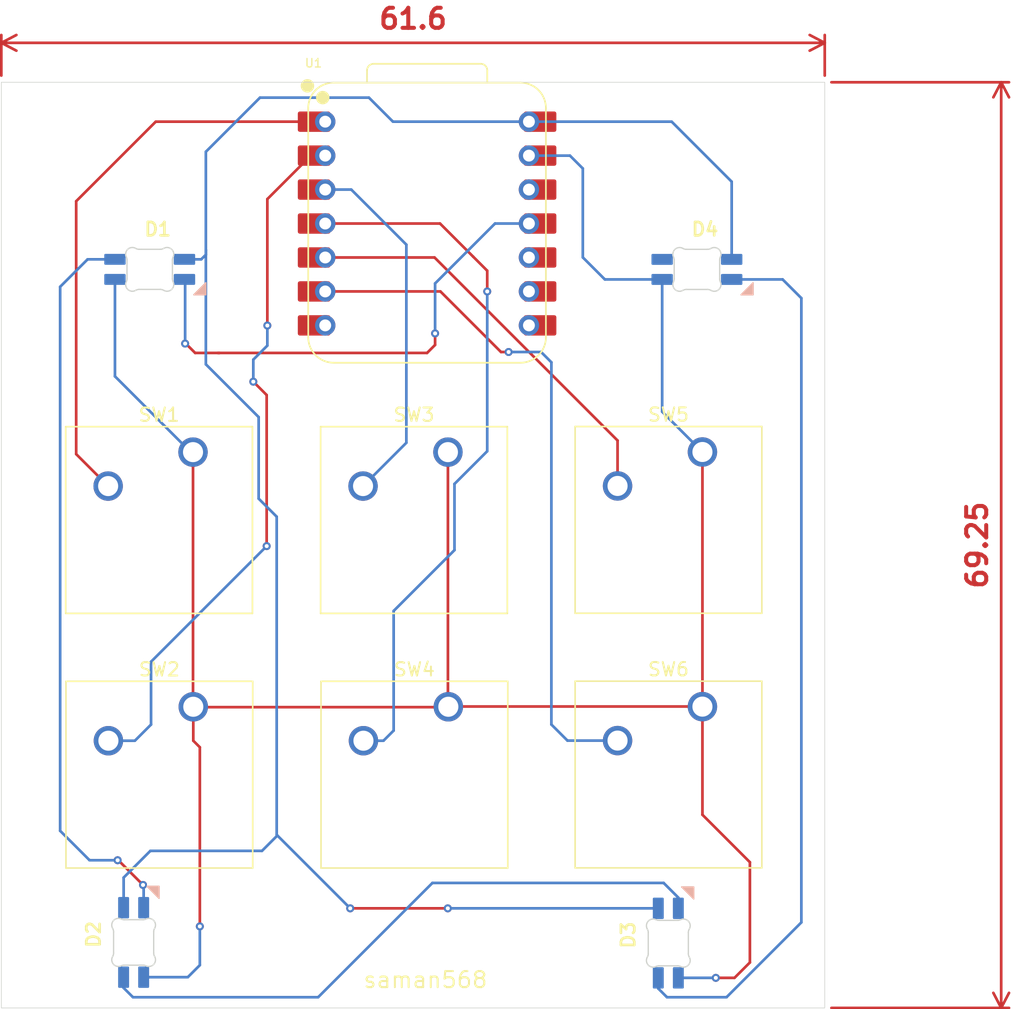
<source format=kicad_pcb>
(kicad_pcb (version 20241229) (generator "pcbnew") (generator_version "9.0")
  (layers (0 "F.Cu" signal) (2 "B.Cu" signal) (13 "F.Paste" user) (15 "B.Paste" user) (5 "F.SilkS" user "F.Silkscreen") (7 "B.SilkS" user "B.Silkscreen") (1 "F.Mask" user) (3 "B.Mask" user) (25 "Edge.Cuts" user))
  (net 0 "")
  (net 2 "GND")
  (net 3 "Net-(D1-DIN)")
  (net 4 "Net-(D1-DOUT)")
  (net 5 "Net-(D1-VDD)")
  (net 6 "Net-(D2-DOUT)")
  (net 7 "Net-(D3-DOUT)")
  (net 8 "Net-(U1-GPIO26{slash}ADC0{slash}A0)")
  (net 9 "Net-(U1-GPIO27{slash}ADC1{slash}A1)")
  (net 10 "Net-(U1-GPIO28{slash}ADC2{slash}A2)")
  (net 11 "Net-(U1-GPIO29{slash}ADC3{slash}A3)")
  (net 12 "Net-(U1-GPIO6{slash}SDA)")
  (net 17 "Net-(U1-GPIO7{slash}SCL)")
  (footprint "Button_Switch_Keyboard:SW_Cherry_MX_1.00u_PCB" (layer "F.Cu") (at 153.3 48.81)
    (property "Reference" "SW5" (at -2.54 -2.794 0) (layer "F.SilkS"))
    (property "Value" "SW_Push")
    (fp_line (start -9.525 -1.905) (end 4.445 -1.905) (stroke (width 0.12)) (layer "F.SilkS"))
    (fp_line (start -9.525 12.065) (end -9.525 -1.905) (stroke (width 0.12)) (layer "F.SilkS"))
    (fp_line (start 4.445 -1.905) (end 4.445 12.065) (stroke (width 0.12)) (layer "F.SilkS"))
    (fp_line (start 4.445 12.065) (end -9.525 12.065) (stroke (width 0.12)) (layer "F.SilkS"))
    (pad "" np_thru_hole circle (at -7.62 5.08) (size 1.7 1.7) (drill 1.7) (layers "*.Cu" "*.Mask"))
    (pad "" np_thru_hole circle (at -2.54 5.08) (size 4 4) (drill 4) (layers "*.Cu" "*.Mask"))
    (pad "" np_thru_hole circle (at 2.54 5.08) (size 1.7 1.7) (drill 1.7) (layers "*.Cu" "*.Mask"))
    (pad "1" thru_hole circle (at 0 0) (size 2.2 2.2) (drill 1.5) (layers "*.Cu" "*.Mask") (net 2 "GND"))
    (pad "2" thru_hole circle (at -6.35 2.54) (size 2.2 2.2) (drill 1.5) (layers "*.Cu" "*.Mask") (net 12 "Net-(U1-GPIO6{slash}SDA)"))
  )
  (footprint "Button_Switch_Keyboard:SW_Cherry_MX_1.00u_PCB" (layer "F.Cu") (at 115.19 48.82)
    (property "Reference" "SW1" (at -2.54 -2.794 0) (layer "F.SilkS"))
    (property "Value" "SW_Push")
    (fp_line (start -9.525 -1.905) (end 4.445 -1.905) (stroke (width 0.12)) (layer "F.SilkS"))
    (fp_line (start -9.525 12.065) (end -9.525 -1.905) (stroke (width 0.12)) (layer "F.SilkS"))
    (fp_line (start 4.445 -1.905) (end 4.445 12.065) (stroke (width 0.12)) (layer "F.SilkS"))
    (fp_line (start 4.445 12.065) (end -9.525 12.065) (stroke (width 0.12)) (layer "F.SilkS"))
    (pad "" np_thru_hole circle (at -7.62 5.08) (size 1.7 1.7) (drill 1.7) (layers "*.Cu" "*.Mask"))
    (pad "" np_thru_hole circle (at -2.54 5.08) (size 4 4) (drill 4) (layers "*.Cu" "*.Mask"))
    (pad "" np_thru_hole circle (at 2.54 5.08) (size 1.7 1.7) (drill 1.7) (layers "*.Cu" "*.Mask"))
    (pad "1" thru_hole circle (at 0 0) (size 2.2 2.2) (drill 1.5) (layers "*.Cu" "*.Mask") (net 2 "GND"))
    (pad "2" thru_hole circle (at -6.35 2.54) (size 2.2 2.2) (drill 1.5) (layers "*.Cu" "*.Mask") (net 8 "Net-(U1-GPIO26{slash}ADC0{slash}A0)"))
  )
  (footprint "Seeed Studio XIAO Series Library:XIAO-RP2040-DIP" (layer "F.Cu") (at 132.7 31.7185)
    (property "Reference" "U1" (at -8.5 -12 0) (layer "F.SilkS") (effects (font (size 0.635 0.635) (thickness 0.1016))))
    (property "Value" "XIAO-RP2040-DIP")
    (fp_line (start -8.89 8.509) (end -8.89 -8.636) (stroke (width 0.127)) (layer "F.SilkS"))
    (fp_line (start -6.985 10.414) (end 6.985 10.414) (stroke (width 0.127)) (layer "F.SilkS"))
    (fp_line (start -4.495 -10.541) (end -4.491272 -11.451272) (stroke (width 0.127)) (layer "F.SilkS"))
    (fp_line (start -3.991272 -11.951) (end 4.004 -11.951) (stroke (width 0.127)) (layer "F.SilkS"))
    (fp_line (start 4.504 -11.451) (end 4.504 -10.541) (stroke (width 0.127)) (layer "F.SilkS"))
    (fp_line (start 6.985 -10.541) (end -6.985 -10.541) (stroke (width 0.1)) (layer "F.SilkS"))
    (fp_line (start 6.985 -10.541) (end -6.985 -10.541) (stroke (width 0.127)) (layer "F.SilkS"))
    (fp_line (start 8.89 8.509) (end 8.89 -8.636) (stroke (width 0.127)) (layer "F.SilkS"))
    (fp_arc (start -8.89 -8.636) (mid -8.332038 -9.983038) (end -6.985 -10.541) (stroke (width 0.127)) (layer "F.SilkS"))
    (fp_arc (start -6.985 10.414) (mid -8.332038 9.856038) (end -8.89 8.509) (stroke (width 0.127)) (layer "F.SilkS"))
    (fp_arc (start -4.491272 -11.451272) (mid -4.344728 -11.80464) (end -3.991272 -11.951) (stroke (width 0.127)) (layer "F.SilkS"))
    (fp_arc (start 4.004 -11.951) (mid 4.357553 -11.804553) (end 4.504 -11.451) (stroke (width 0.127)) (layer "F.SilkS"))
    (fp_arc (start 6.985 -10.541) (mid 8.332038 -9.983038) (end 8.89 -8.636) (stroke (width 0.127)) (layer "F.SilkS"))
    (fp_arc (start 8.89 8.509) (mid 8.332038 9.856038) (end 6.985 10.414) (stroke (width 0.127)) (layer "F.SilkS"))
    (fp_circle (center -8.95 -10.3) (end -8.95 -10.554) (stroke (width 0.5)) (fill yes) (layer "F.SilkS"))
    (fp_circle (center -7.807 -9.42) (end -7.807 -9.674) (stroke (width 0.5)) (fill yes) (layer "F.SilkS"))
    (pad "1" smd roundrect (at -8.455 -7.62 180) (size 2.432 1.524) (layers "F.Cu" "F.Mask") (roundrect_rratio 0.1) (net 8 "Net-(U1-GPIO26{slash}ADC0{slash}A0)"))
    (pad "1" thru_hole circle (at -7.62 -7.62 180) (size 1.524 1.524) (drill 0.889) (layers "*.Cu" "*.Mask") (net 8 "Net-(U1-GPIO26{slash}ADC0{slash}A0)"))
    (pad "2" smd roundrect (at -8.455 -5.08 180) (size 2.432 1.524) (layers "F.Cu" "F.Mask") (roundrect_rratio 0.1) (net 9 "Net-(U1-GPIO27{slash}ADC1{slash}A1)"))
    (pad "2" thru_hole circle (at -7.62 -5.08 180) (size 1.524 1.524) (drill 0.889) (layers "*.Cu" "*.Mask") (net 9 "Net-(U1-GPIO27{slash}ADC1{slash}A1)"))
    (pad "3" smd roundrect (at -8.455 -2.54 180) (size 2.432 1.524) (layers "F.Cu" "F.Mask") (roundrect_rratio 0.1) (net 10 "Net-(U1-GPIO28{slash}ADC2{slash}A2)"))
    (pad "3" thru_hole circle (at -7.62 -2.54 180) (size 1.524 1.524) (drill 0.889) (layers "*.Cu" "*.Mask") (net 10 "Net-(U1-GPIO28{slash}ADC2{slash}A2)"))
    (pad "4" smd roundrect (at -8.455 0 180) (size 2.432 1.524) (layers "F.Cu" "F.Mask") (roundrect_rratio 0.1) (net 11 "Net-(U1-GPIO29{slash}ADC3{slash}A3)"))
    (pad "4" thru_hole circle (at -7.62 0 180) (size 1.524 1.524) (drill 0.889) (layers "*.Cu" "*.Mask") (net 11 "Net-(U1-GPIO29{slash}ADC3{slash}A3)"))
    (pad "5" smd roundrect (at -8.455 2.54 180) (size 2.432 1.524) (layers "F.Cu" "F.Mask") (roundrect_rratio 0.1) (net 12 "Net-(U1-GPIO6{slash}SDA)"))
    (pad "5" thru_hole circle (at -7.62 2.54 180) (size 1.524 1.524) (drill 0.889) (layers "*.Cu" "*.Mask") (net 12 "Net-(U1-GPIO6{slash}SDA)"))
    (pad "6" smd roundrect (at -8.455 5.08 180) (size 2.432 1.524) (layers "F.Cu" "F.Mask") (roundrect_rratio 0.1) (net 17 "Net-(U1-GPIO7{slash}SCL)"))
    (pad "6" thru_hole circle (at -7.62 5.08 180) (size 1.524 1.524) (drill 0.889) (layers "*.Cu" "*.Mask") (net 17 "Net-(U1-GPIO7{slash}SCL)"))
    (pad "7" smd roundrect (at -8.455 7.62 180) (size 2.432 1.524) (layers "F.Cu" "F.Mask") (roundrect_rratio 0.1))
    (pad "7" thru_hole circle (at -7.62 7.62 180) (size 1.524 1.524) (drill 0.889) (layers "*.Cu" "*.Mask"))
    (pad "8" thru_hole circle (at 7.62 7.62) (size 1.524 1.524) (drill 0.889) (layers "*.Cu" "*.Mask"))
    (pad "8" smd roundrect (at 8.455 7.62) (size 2.432 1.524) (layers "F.Cu" "F.Mask") (roundrect_rratio 0.1))
    (pad "9" thru_hole circle (at 7.62 5.08) (size 1.524 1.524) (drill 0.889) (layers "*.Cu" "*.Mask"))
    (pad "9" smd roundrect (at 8.455 5.08) (size 2.432 1.524) (layers "F.Cu" "F.Mask") (roundrect_rratio 0.1))
    (pad "10" thru_hole circle (at 7.62 2.54) (size 1.524 1.524) (drill 0.889) (layers "*.Cu" "*.Mask"))
    (pad "10" smd roundrect (at 8.455 2.54) (size 2.432 1.524) (layers "F.Cu" "F.Mask") (roundrect_rratio 0.1))
    (pad "11" thru_hole circle (at 7.62 0) (size 1.524 1.524) (drill 0.889) (layers "*.Cu" "*.Mask") (net 3 "Net-(D1-DIN)"))
    (pad "11" smd roundrect (at 8.455 0) (size 2.432 1.524) (layers "F.Cu" "F.Mask") (roundrect_rratio 0.1) (net 3 "Net-(D1-DIN)"))
    (pad "12" thru_hole circle (at 7.62 -2.54) (size 1.524 1.524) (drill 0.889) (layers "*.Cu" "*.Mask"))
    (pad "12" smd roundrect (at 8.455 -2.54) (size 2.432 1.524) (layers "F.Cu" "F.Mask") (roundrect_rratio 0.1))
    (pad "13" thru_hole circle (at 7.62 -5.08) (size 1.524 1.524) (drill 0.889) (layers "*.Cu" "*.Mask") (net 2 "GND"))
    (pad "13" smd roundrect (at 8.455 -5.08) (size 2.432 1.524) (layers "F.Cu" "F.Mask") (roundrect_rratio 0.1) (net 2 "GND"))
    (pad "14" thru_hole circle (at 7.62 -7.62) (size 1.524 1.524) (drill 0.889) (layers "*.Cu" "*.Mask") (net 5 "Net-(D1-VDD)"))
    (pad "14" smd roundrect (at 8.455 -7.62) (size 2.432 1.524) (layers "F.Cu" "F.Mask") (roundrect_rratio 0.1) (net 5 "Net-(D1-VDD)"))
  )
  (footprint "Button_Switch_Keyboard:SW_Cherry_MX_1.00u_PCB" (layer "F.Cu") (at 153.3 67.86)
    (property "Reference" "SW6" (at -2.54 -2.794 0) (layer "F.SilkS"))
    (property "Value" "SW_Push")
    (fp_line (start -9.525 -1.905) (end 4.445 -1.905) (stroke (width 0.12)) (layer "F.SilkS"))
    (fp_line (start -9.525 12.065) (end -9.525 -1.905) (stroke (width 0.12)) (layer "F.SilkS"))
    (fp_line (start 4.445 -1.905) (end 4.445 12.065) (stroke (width 0.12)) (layer "F.SilkS"))
    (fp_line (start 4.445 12.065) (end -9.525 12.065) (stroke (width 0.12)) (layer "F.SilkS"))
    (pad "" np_thru_hole circle (at -7.62 5.08) (size 1.7 1.7) (drill 1.7) (layers "*.Cu" "*.Mask"))
    (pad "" np_thru_hole circle (at -2.54 5.08) (size 4 4) (drill 4) (layers "*.Cu" "*.Mask"))
    (pad "" np_thru_hole circle (at 2.54 5.08) (size 1.7 1.7) (drill 1.7) (layers "*.Cu" "*.Mask"))
    (pad "1" thru_hole circle (at 0 0) (size 2.2 2.2) (drill 1.5) (layers "*.Cu" "*.Mask") (net 2 "GND"))
    (pad "2" thru_hole circle (at -6.35 2.54) (size 2.2 2.2) (drill 1.5) (layers "*.Cu" "*.Mask") (net 17 "Net-(U1-GPIO7{slash}SCL)"))
  )
  (footprint "MINI-E:SK6812MINI-E_fixed" (layer "F.Cu") (at 111.95 35.25)
    (property "Reference" "D1" (at 0.6 -3.1 0) (layer "F.SilkS") (effects (font (thickness 0.2) (bold yes))))
    (property "Value" "MINI-E:SK6812MINI-E_fixed")
    (fp_poly (pts (xy 4.200001 0.897158) (xy 3.300001 1.797158) (xy 4.200001 1.797158)) (stroke (width 0.1)) (fill yes) (layer "B.SilkS"))
    (fp_line (start -1.699998 0.6) (end -1.699998 -0.805684) (stroke (width 0.1)) (layer "Edge.Cuts"))
    (fp_line (start -0.794451 -1.602841) (end 0.794454 -1.602841) (stroke (width 0.1)) (layer "Edge.Cuts"))
    (fp_line (start 0.794453 1.397158) (end -0.794451 1.397158) (stroke (width 0.1)) (layer "Edge.Cuts"))
    (fp_line (start 1.7 -0.805684) (end 1.7 0.6) (stroke (width 0.1)) (layer "Edge.Cuts"))
    (fp_arc (start -1.749483 -1.022562) (mid -1.712526 -0.91691) (end -1.699998 -0.805684) (stroke (width 0.1)) (layer "Edge.Cuts"))
    (fp_arc (start -1.749483 -1.022562) (mid -1.63807 -1.606877) (end -1.04671 -1.671141) (stroke (width 0.1)) (layer "Edge.Cuts"))
    (fp_arc (start -1.699998 0.600001) (mid -1.712526 0.711226) (end -1.749483 0.816878) (stroke (width 0.1)) (layer "Edge.Cuts"))
    (fp_arc (start -1.04671 1.465455) (mid -1.638069 1.401192) (end -1.749483 0.816878) (stroke (width 0.1)) (layer "Edge.Cuts"))
    (fp_arc (start -1.046709 1.465457) (mid -0.925121 1.414535) (end -0.794451 1.397158) (stroke (width 0.1)) (layer "Edge.Cuts"))
    (fp_arc (start -0.794452 -1.602842) (mid -0.925122 -1.620219) (end -1.04671 -1.671141) (stroke (width 0.1)) (layer "Edge.Cuts"))
    (fp_arc (start 0.794453 1.397158) (mid 0.925124 1.414535) (end 1.046712 1.465457) (stroke (width 0.1)) (layer "Edge.Cuts"))
    (fp_arc (start 1.046712 -1.67114) (mid 0.925124 -1.620218) (end 0.794454 -1.602841) (stroke (width 0.1)) (layer "Edge.Cuts"))
    (fp_arc (start 1.046712 -1.67114) (mid 1.638072 -1.606876) (end 1.749485 -1.022562) (stroke (width 0.1)) (layer "Edge.Cuts"))
    (fp_arc (start 1.7 -0.805685) (mid 1.712528 -0.91691) (end 1.749485 -1.022562) (stroke (width 0.1)) (layer "Edge.Cuts"))
    (fp_arc (start 1.749485 0.816877) (mid 1.638073 1.401193) (end 1.046712 1.465457) (stroke (width 0.1)) (layer "Edge.Cuts"))
    (fp_arc (start 1.749485 0.816878) (mid 1.712528 0.711226) (end 1.7 0.6) (stroke (width 0.1)) (layer "Edge.Cuts"))
    (pad "1" smd roundrect (at -2.599999 -0.852842 270) (size 0.82 1.6) (layers "B.Cu" "B.Mask" "B.Paste") (roundrect_rratio 0.1) (net 4 "Net-(D1-DOUT)"))
    (pad "2" smd roundrect (at -2.599999 0.647158 270) (size 0.82 1.6) (layers "B.Cu" "B.Mask" "B.Paste") (roundrect_rratio 0.1) (net 2 "GND"))
    (pad "3" smd roundrect (at 2.600001 0.647158 270) (size 0.82 1.6) (layers "B.Cu" "B.Mask" "B.Paste") (roundrect_rratio 0.1) (net 3 "Net-(D1-DIN)"))
    (pad "4" smd roundrect (at 2.600001 -0.852842 270) (size 0.82 1.6) (layers "B.Cu" "B.Mask" "B.Paste") (roundrect_rratio 0.1) (net 5 "Net-(D1-VDD)"))
  )
  (footprint "Button_Switch_Keyboard:SW_Cherry_MX_1.00u_PCB" (layer "F.Cu") (at 134.26 48.82)
    (property "Reference" "SW3" (at -2.54 -2.794 0) (layer "F.SilkS"))
    (property "Value" "SW_Push")
    (fp_line (start -9.525 -1.905) (end 4.445 -1.905) (stroke (width 0.12)) (layer "F.SilkS"))
    (fp_line (start -9.525 12.065) (end -9.525 -1.905) (stroke (width 0.12)) (layer "F.SilkS"))
    (fp_line (start 4.445 -1.905) (end 4.445 12.065) (stroke (width 0.12)) (layer "F.SilkS"))
    (fp_line (start 4.445 12.065) (end -9.525 12.065) (stroke (width 0.12)) (layer "F.SilkS"))
    (pad "" np_thru_hole circle (at -7.62 5.08) (size 1.7 1.7) (drill 1.7) (layers "*.Cu" "*.Mask"))
    (pad "" np_thru_hole circle (at -2.54 5.08) (size 4 4) (drill 4) (layers "*.Cu" "*.Mask"))
    (pad "" np_thru_hole circle (at 2.54 5.08) (size 1.7 1.7) (drill 1.7) (layers "*.Cu" "*.Mask"))
    (pad "1" thru_hole circle (at 0 0) (size 2.2 2.2) (drill 1.5) (layers "*.Cu" "*.Mask") (net 2 "GND"))
    (pad "2" thru_hole circle (at -6.35 2.54) (size 2.2 2.2) (drill 1.5) (layers "*.Cu" "*.Mask") (net 10 "Net-(U1-GPIO28{slash}ADC2{slash}A2)"))
  )
  (footprint "MINI-E:SK6812MINI-E_fixed" (layer "F.Cu") (at 152.887499 35.252842)
    (property "Reference" "D4" (at 0.6 -3.1 0) (layer "F.SilkS") (effects (font (thickness 0.2) (bold yes))))
    (property "Value" "SK6812MINI")
    (fp_poly (pts (xy 4.200001 0.897158) (xy 3.300001 1.797158) (xy 4.200001 1.797158)) (stroke (width 0.1)) (fill yes) (layer "B.SilkS"))
    (fp_line (start -1.699998 0.6) (end -1.699998 -0.805684) (stroke (width 0.1)) (layer "Edge.Cuts"))
    (fp_line (start -0.794451 -1.602841) (end 0.794454 -1.602841) (stroke (width 0.1)) (layer "Edge.Cuts"))
    (fp_line (start 0.794453 1.397158) (end -0.794451 1.397158) (stroke (width 0.1)) (layer "Edge.Cuts"))
    (fp_line (start 1.7 -0.805684) (end 1.7 0.6) (stroke (width 0.1)) (layer "Edge.Cuts"))
    (fp_arc (start -1.749483 -1.022562) (mid -1.712526 -0.91691) (end -1.699998 -0.805684) (stroke (width 0.1)) (layer "Edge.Cuts"))
    (fp_arc (start -1.749483 -1.022562) (mid -1.63807 -1.606877) (end -1.04671 -1.671141) (stroke (width 0.1)) (layer "Edge.Cuts"))
    (fp_arc (start -1.699998 0.600001) (mid -1.712526 0.711226) (end -1.749483 0.816878) (stroke (width 0.1)) (layer "Edge.Cuts"))
    (fp_arc (start -1.04671 1.465455) (mid -1.638069 1.401192) (end -1.749483 0.816878) (stroke (width 0.1)) (layer "Edge.Cuts"))
    (fp_arc (start -1.046709 1.465457) (mid -0.925121 1.414535) (end -0.794451 1.397158) (stroke (width 0.1)) (layer "Edge.Cuts"))
    (fp_arc (start -0.794452 -1.602842) (mid -0.925122 -1.620219) (end -1.04671 -1.671141) (stroke (width 0.1)) (layer "Edge.Cuts"))
    (fp_arc (start 0.794453 1.397158) (mid 0.925124 1.414535) (end 1.046712 1.465457) (stroke (width 0.1)) (layer "Edge.Cuts"))
    (fp_arc (start 1.046712 -1.67114) (mid 0.925124 -1.620218) (end 0.794454 -1.602841) (stroke (width 0.1)) (layer "Edge.Cuts"))
    (fp_arc (start 1.046712 -1.67114) (mid 1.638072 -1.606876) (end 1.749485 -1.022562) (stroke (width 0.1)) (layer "Edge.Cuts"))
    (fp_arc (start 1.7 -0.805685) (mid 1.712528 -0.91691) (end 1.749485 -1.022562) (stroke (width 0.1)) (layer "Edge.Cuts"))
    (fp_arc (start 1.749485 0.816877) (mid 1.638073 1.401193) (end 1.046712 1.465457) (stroke (width 0.1)) (layer "Edge.Cuts"))
    (fp_arc (start 1.749485 0.816878) (mid 1.712528 0.711226) (end 1.7 0.6) (stroke (width 0.1)) (layer "Edge.Cuts"))
    (pad "1" smd roundrect (at -2.599999 -0.852842 270) (size 0.82 1.6) (layers "B.Cu" "B.Mask" "B.Paste") (roundrect_rratio 0.1))
    (pad "2" smd roundrect (at -2.599999 0.647158 270) (size 0.82 1.6) (layers "B.Cu" "B.Mask" "B.Paste") (roundrect_rratio 0.1) (net 2 "GND"))
    (pad "3" smd roundrect (at 2.600001 0.647158 270) (size 0.82 1.6) (layers "B.Cu" "B.Mask" "B.Paste") (roundrect_rratio 0.1) (net 7 "Net-(D3-DOUT)"))
    (pad "4" smd roundrect (at 2.600001 -0.852842 270) (size 0.82 1.6) (layers "B.Cu" "B.Mask" "B.Paste") (roundrect_rratio 0.1) (net 5 "Net-(D1-VDD)"))
  )
  (footprint "MINI-E:SK6812MINI-E_fixed" (layer "F.Cu") (at 150.85 85.55 90)
    (property "Reference" "D3" (at 0.6 -3.1 90) (layer "F.SilkS") (effects (font (thickness 0.2) (bold yes))))
    (property "Value" "SK6812MINI")
    (fp_poly (pts (xy 4.200001 0.897158) (xy 3.300001 1.797158) (xy 4.200001 1.797158)) (stroke (width 0.1)) (fill yes) (layer "B.SilkS"))
    (fp_line (start -0.794451 -1.602841) (end 0.794454 -1.602841) (stroke (width 0.1)) (layer "Edge.Cuts"))
    (fp_line (start 1.7 -0.805684) (end 1.7 0.6) (stroke (width 0.1)) (layer "Edge.Cuts"))
    (fp_line (start -1.699998 0.6) (end -1.699998 -0.805684) (stroke (width 0.1)) (layer "Edge.Cuts"))
    (fp_line (start 0.794453 1.397158) (end -0.794451 1.397158) (stroke (width 0.1)) (layer "Edge.Cuts"))
    (fp_arc (start 1.046712 -1.67114) (mid 0.925124 -1.620218) (end 0.794454 -1.602841) (stroke (width 0.1)) (layer "Edge.Cuts"))
    (fp_arc (start 1.046712 -1.67114) (mid 1.638072 -1.606876) (end 1.749485 -1.022562) (stroke (width 0.1)) (layer "Edge.Cuts"))
    (fp_arc (start -0.794452 -1.602842) (mid -0.925122 -1.620219) (end -1.04671 -1.671141) (stroke (width 0.1)) (layer "Edge.Cuts"))
    (fp_arc (start -1.749483 -1.022562) (mid -1.63807 -1.606877) (end -1.04671 -1.671141) (stroke (width 0.1)) (layer "Edge.Cuts"))
    (fp_arc (start -1.749483 -1.022562) (mid -1.712526 -0.91691) (end -1.699998 -0.805684) (stroke (width 0.1)) (layer "Edge.Cuts"))
    (fp_arc (start 1.7 -0.805685) (mid 1.712528 -0.91691) (end 1.749485 -1.022562) (stroke (width 0.1)) (layer "Edge.Cuts"))
    (fp_arc (start -1.699998 0.600001) (mid -1.712526 0.711226) (end -1.749483 0.816878) (stroke (width 0.1)) (layer "Edge.Cuts"))
    (fp_arc (start 1.749485 0.816877) (mid 1.638073 1.401193) (end 1.046712 1.465457) (stroke (width 0.1)) (layer "Edge.Cuts"))
    (fp_arc (start 1.749485 0.816878) (mid 1.712528 0.711226) (end 1.7 0.6) (stroke (width 0.1)) (layer "Edge.Cuts"))
    (fp_arc (start 0.794453 1.397158) (mid 0.925124 1.414535) (end 1.046712 1.465457) (stroke (width 0.1)) (layer "Edge.Cuts"))
    (fp_arc (start -1.04671 1.465455) (mid -1.638069 1.401192) (end -1.749483 0.816878) (stroke (width 0.1)) (layer "Edge.Cuts"))
    (fp_arc (start -1.046709 1.465457) (mid -0.925121 1.414535) (end -0.794451 1.397158) (stroke (width 0.1)) (layer "Edge.Cuts"))
    (pad "1" smd roundrect (at -2.599999 -0.852842) (size 0.82 1.6) (layers "B.Cu" "B.Mask" "B.Paste") (roundrect_rratio 0.1) (net 7 "Net-(D3-DOUT)"))
    (pad "2" smd roundrect (at -2.599999 0.647158) (size 0.82 1.6) (layers "B.Cu" "B.Mask" "B.Paste") (roundrect_rratio 0.1) (net 2 "GND"))
    (pad "3" smd roundrect (at 2.600001 0.647158) (size 0.82 1.6) (layers "B.Cu" "B.Mask" "B.Paste") (roundrect_rratio 0.1) (net 6 "Net-(D2-DOUT)"))
    (pad "4" smd roundrect (at 2.600001 -0.852842) (size 0.82 1.6) (layers "B.Cu" "B.Mask" "B.Paste") (roundrect_rratio 0.1) (net 5 "Net-(D1-VDD)"))
  )
  (footprint "MINI-E:SK6812MINI-E_fixed" (layer "F.Cu") (at 110.85 85.5 90)
    (property "Reference" "D2" (at 0.6 -3.1 90) (layer "F.SilkS") (effects (font (thickness 0.2) (bold yes))))
    (property "Value" "SK6812MINI")
    (fp_poly (pts (xy 4.200001 0.897158) (xy 3.300001 1.797158) (xy 4.200001 1.797158)) (stroke (width 0.1)) (fill yes) (layer "B.SilkS"))
    (fp_line (start -0.794451 -1.602841) (end 0.794454 -1.602841) (stroke (width 0.1)) (layer "Edge.Cuts"))
    (fp_line (start 1.7 -0.805684) (end 1.7 0.6) (stroke (width 0.1)) (layer "Edge.Cuts"))
    (fp_line (start -1.699998 0.6) (end -1.699998 -0.805684) (stroke (width 0.1)) (layer "Edge.Cuts"))
    (fp_line (start 0.794453 1.397158) (end -0.794451 1.397158) (stroke (width 0.1)) (layer "Edge.Cuts"))
    (fp_arc (start 1.046712 -1.67114) (mid 0.925124 -1.620218) (end 0.794454 -1.602841) (stroke (width 0.1)) (layer "Edge.Cuts"))
    (fp_arc (start 1.046712 -1.67114) (mid 1.638072 -1.606876) (end 1.749485 -1.022562) (stroke (width 0.1)) (layer "Edge.Cuts"))
    (fp_arc (start -0.794452 -1.602842) (mid -0.925122 -1.620219) (end -1.04671 -1.671141) (stroke (width 0.1)) (layer "Edge.Cuts"))
    (fp_arc (start -1.749483 -1.022562) (mid -1.63807 -1.606877) (end -1.04671 -1.671141) (stroke (width 0.1)) (layer "Edge.Cuts"))
    (fp_arc (start -1.749483 -1.022562) (mid -1.712526 -0.91691) (end -1.699998 -0.805684) (stroke (width 0.1)) (layer "Edge.Cuts"))
    (fp_arc (start 1.7 -0.805685) (mid 1.712528 -0.91691) (end 1.749485 -1.022562) (stroke (width 0.1)) (layer "Edge.Cuts"))
    (fp_arc (start -1.699998 0.600001) (mid -1.712526 0.711226) (end -1.749483 0.816878) (stroke (width 0.1)) (layer "Edge.Cuts"))
    (fp_arc (start 1.749485 0.816877) (mid 1.638073 1.401193) (end 1.046712 1.465457) (stroke (width 0.1)) (layer "Edge.Cuts"))
    (fp_arc (start 1.749485 0.816878) (mid 1.712528 0.711226) (end 1.7 0.6) (stroke (width 0.1)) (layer "Edge.Cuts"))
    (fp_arc (start 0.794453 1.397158) (mid 0.925124 1.414535) (end 1.046712 1.465457) (stroke (width 0.1)) (layer "Edge.Cuts"))
    (fp_arc (start -1.04671 1.465455) (mid -1.638069 1.401192) (end -1.749483 0.816878) (stroke (width 0.1)) (layer "Edge.Cuts"))
    (fp_arc (start -1.046709 1.465457) (mid -0.925121 1.414535) (end -0.794451 1.397158) (stroke (width 0.1)) (layer "Edge.Cuts"))
    (pad "1" smd roundrect (at -2.599999 -0.852842) (size 0.82 1.6) (layers "B.Cu" "B.Mask" "B.Paste") (roundrect_rratio 0.1) (net 6 "Net-(D2-DOUT)"))
    (pad "2" smd roundrect (at -2.599999 0.647158) (size 0.82 1.6) (layers "B.Cu" "B.Mask" "B.Paste") (roundrect_rratio 0.1) (net 2 "GND"))
    (pad "3" smd roundrect (at 2.600001 0.647158) (size 0.82 1.6) (layers "B.Cu" "B.Mask" "B.Paste") (roundrect_rratio 0.1) (net 4 "Net-(D1-DOUT)"))
    (pad "4" smd roundrect (at 2.600001 -0.852842) (size 0.82 1.6) (layers "B.Cu" "B.Mask" "B.Paste") (roundrect_rratio 0.1) (net 5 "Net-(D1-VDD)"))
  )
  (footprint "Button_Switch_Keyboard:SW_Cherry_MX_1.00u_PCB" (layer "F.Cu") (at 115.21 67.87)
    (property "Reference" "SW2" (at -2.54 -2.794 0) (layer "F.SilkS"))
    (property "Value" "SW_Push")
    (fp_line (start -9.525 -1.905) (end 4.445 -1.905) (stroke (width 0.12)) (layer "F.SilkS"))
    (fp_line (start -9.525 12.065) (end -9.525 -1.905) (stroke (width 0.12)) (layer "F.SilkS"))
    (fp_line (start 4.445 -1.905) (end 4.445 12.065) (stroke (width 0.12)) (layer "F.SilkS"))
    (fp_line (start 4.445 12.065) (end -9.525 12.065) (stroke (width 0.12)) (layer "F.SilkS"))
    (pad "" np_thru_hole circle (at -7.62 5.08) (size 1.7 1.7) (drill 1.7) (layers "*.Cu" "*.Mask"))
    (pad "" np_thru_hole circle (at -2.54 5.08) (size 4 4) (drill 4) (layers "*.Cu" "*.Mask"))
    (pad "" np_thru_hole circle (at 2.54 5.08) (size 1.7 1.7) (drill 1.7) (layers "*.Cu" "*.Mask"))
    (pad "1" thru_hole circle (at 0 0) (size 2.2 2.2) (drill 1.5) (layers "*.Cu" "*.Mask") (net 2 "GND"))
    (pad "2" thru_hole circle (at -6.35 2.54) (size 2.2 2.2) (drill 1.5) (layers "*.Cu" "*.Mask") (net 9 "Net-(U1-GPIO27{slash}ADC1{slash}A1)"))
  )
  (footprint "Button_Switch_Keyboard:SW_Cherry_MX_1.00u_PCB" (layer "F.Cu") (at 134.29 67.87)
    (property "Reference" "SW4" (at -2.54 -2.794 0) (layer "F.SilkS"))
    (property "Value" "SW_Push")
    (fp_line (start -9.525 -1.905) (end 4.445 -1.905) (stroke (width 0.12)) (layer "F.SilkS"))
    (fp_line (start -9.525 12.065) (end -9.525 -1.905) (stroke (width 0.12)) (layer "F.SilkS"))
    (fp_line (start 4.445 -1.905) (end 4.445 12.065) (stroke (width 0.12)) (layer "F.SilkS"))
    (fp_line (start 4.445 12.065) (end -9.525 12.065) (stroke (width 0.12)) (layer "F.SilkS"))
    (pad "" np_thru_hole circle (at -7.62 5.08) (size 1.7 1.7) (drill 1.7) (layers "*.Cu" "*.Mask"))
    (pad "" np_thru_hole circle (at -2.54 5.08) (size 4 4) (drill 4) (layers "*.Cu" "*.Mask"))
    (pad "" np_thru_hole circle (at 2.54 5.08) (size 1.7 1.7) (drill 1.7) (layers "*.Cu" "*.Mask"))
    (pad "1" thru_hole circle (at 0 0) (size 2.2 2.2) (drill 1.5) (layers "*.Cu" "*.Mask") (net 2 "GND"))
    (pad "2" thru_hole circle (at -6.35 2.54) (size 2.2 2.2) (drill 1.5) (layers "*.Cu" "*.Mask") (net 11 "Net-(U1-GPIO29{slash}ADC3{slash}A3)"))
  )
  (gr_rect (start 100.85 21.15) (end 162.45 90.4) (stroke (width 0.05)) (fill no) (layer "Edge.Cuts"))
  (gr_text "saman568" (at 127.85 89 0) (layer "F.SilkS") (effects (font (size 1.2 1.2)) (justify left bottom)))
  (dimension (type orthogonal) (layer "F.Cu") (pts (xy 162.45 21.15) (xy 162.45 90.4)) (height 13.2) (orientation 1) (format (prefix "") (suffix "") (units 3) (units_format 0) (precision 4) (suppress_zeroes yes)) (style (thickness 0.2) (arrow_length 1.27) (text_position_mode 0) (arrow_direction outward) (extension_height 0.58642) (extension_offset 0.5) (keep_text_aligned yes)) (gr_text "69,25" (at 173.85 55.775 90) (layer "F.Cu") (effects (font (size 1.5 1.5) (thickness 0.3)))))
  (dimension (type orthogonal) (layer "F.Cu") (pts (xy 100.85 21.15) (xy 162.45 21.15)) (height -2.95) (orientation 0) (format (prefix "") (suffix "") (units 3) (units_format 0) (precision 4) (suppress_zeroes yes)) (style (thickness 0.2) (arrow_length 1.27) (text_position_mode 0) (arrow_direction outward) (extension_height 0.58642) (extension_offset 0.5) (keep_text_aligned yes)) (gr_text "61,6" (at 131.65 16.4 0) (layer "F.Cu") (effects (font (size 1.5 1.5) (thickness 0.3)))))
  (segment (start 134.26 67.9) (end 134.29 67.87) (width 0.2) (layer "F.Cu") (net 2))
  (segment (start 115.21 70.41) (end 115.21 67.87) (width 0.2) (layer "F.Cu") (net 2))
  (segment (start 115.7 84.3) (end 115.7 70.9) (width 0.2) (layer "F.Cu") (net 2))
  (segment (start 156.85 87) (end 156.85 79.5) (width 0.2) (layer "F.Cu") (net 2))
  (segment (start 115.24 67.9) (end 134.26 67.9) (width 0.2) (layer "F.Cu") (net 2))
  (segment (start 154.3 88.15) (end 155.7 88.15) (width 0.2) (layer "F.Cu") (net 2))
  (segment (start 115.21 67.87) (end 115.24 67.9) (width 0.2) (layer "F.Cu") (net 2))
  (segment (start 153.29 67.85) (end 134.31 67.85) (width 0.2) (layer "F.Cu") (net 2))
  (segment (start 134.31 67.85) (end 134.29 67.87) (width 0.2) (layer "F.Cu") (net 2))
  (segment (start 153.3 75.95) (end 153.3 67.86) (width 0.2) (layer "F.Cu") (net 2))
  (segment (start 156.85 79.5) (end 153.3 75.95) (width 0.2) (layer "F.Cu") (net 2))
  (segment (start 155.7 88.15) (end 156.85 87) (width 0.2) (layer "F.Cu") (net 2))
  (segment (start 134.27 48.81) (end 134.26 48.82) (width 0.2) (layer "F.Cu") (net 2))
  (segment (start 134.26 48.82) (end 134.26 67.84) (width 0.2) (layer "F.Cu") (net 2))
  (segment (start 153.3 67.86) (end 153.29 67.85) (width 0.2) (layer "F.Cu") (net 2))
  (segment (start 134.26 67.84) (end 134.29 67.87) (width 0.2) (layer "F.Cu") (net 2))
  (segment (start 115.19 48.82) (end 115.19 67.85) (width 0.2) (layer "F.Cu") (net 2))
  (segment (start 153.3 48.81) (end 153.3 67.86) (width 0.2) (layer "F.Cu") (net 2))
  (segment (start 115.19 67.85) (end 115.21 67.87) (width 0.2) (layer "F.Cu") (net 2))
  (segment (start 115.7 70.9) (end 115.21 70.41) (width 0.2) (layer "F.Cu") (net 2))
  (via (at 154.3 88.15) (size 0.6) (drill 0.3) (layers "F.Cu" "B.Cu") (net 2))
  (via (at 115.7 84.3) (size 0.6) (drill 0.3) (layers "F.Cu" "B.Cu") (net 2))
  (segment (start 146 35.9) (end 150.2875 35.9) (width 0.2) (layer "B.Cu") (net 2))
  (segment (start 109.350001 43.150001) (end 109.350001 35.897158) (width 0.2) (layer "B.Cu") (net 2))
  (segment (start 115.19 48.82) (end 115.02 48.82) (width 0.2) (layer "B.Cu") (net 2))
  (segment (start 115.7 87.2) (end 114.800001 88.099999) (width 0.2) (layer "B.Cu") (net 2))
  (segment (start 150.2875 45.7975) (end 153.3 48.81) (width 0.2) (layer "B.Cu") (net 2))
  (segment (start 151.497159 88.15) (end 151.497158 88.149999) (width 0.2) (layer "B.Cu") (net 2))
  (segment (start 140.32 26.6385) (end 143.3885 26.6385) (width 0.2) (layer "B.Cu") (net 2))
  (segment (start 115.02 48.82) (end 109.350001 43.150001) (width 0.2) (layer "B.Cu") (net 2))
  (segment (start 154.3 88.15) (end 151.497159 88.15) (width 0.2) (layer "B.Cu") (net 2))
  (segment (start 114.800001 88.099999) (end 111.497158 88.099999) (width 0.2) (layer "B.Cu") (net 2))
  (segment (start 144.35 34.25) (end 146 35.9) (width 0.2) (layer "B.Cu") (net 2))
  (segment (start 144.35 27.6) (end 144.35 34.25) (width 0.2) (layer "B.Cu") (net 2))
  (segment (start 143.3885 26.6385) (end 144.35 27.6) (width 0.2) (layer "B.Cu") (net 2))
  (segment (start 115.7 84.3) (end 115.7 87.2) (width 0.2) (layer "B.Cu") (net 2))
  (segment (start 150.2875 35.9) (end 150.2875 45.7975) (width 0.2) (layer "B.Cu") (net 2))
  (segment (start 115.35 41.4) (end 114.6 40.65) (width 0.2) (layer "F.Cu") (net 3))
  (segment (start 133.3 39.9385) (end 133.3 40.8) (width 0.2) (layer "F.Cu") (net 3))
  (segment (start 133.3 40.8) (end 132.7 41.4) (width 0.2) (layer "F.Cu") (net 3))
  (segment (start 114.6 40.65) (end 114.6 40.7) (width 0.2) (layer "F.Cu") (net 3))
  (segment (start 132.7 41.4) (end 117.15 41.4) (width 0.2) (layer "F.Cu") (net 3))
  (segment (start 117.15 41.4) (end 117.05 41.4) (width 0.2) (layer "F.Cu") (net 3))
  (segment (start 117.15 41.4) (end 115.35 41.4) (width 0.2) (layer "F.Cu") (net 3))
  (via (at 114.6 40.7) (size 0.6) (drill 0.3) (layers "F.Cu" "B.Cu") (net 3))
  (via (at 133.3 39.9385) (size 0.6) (drill 0.3) (layers "F.Cu" "B.Cu") (net 3))
  (segment (start 114.6 40.7) (end 114.6 35.947157) (width 0.2) (layer "B.Cu") (net 3))
  (segment (start 114.6 35.947157) (end 114.550001 35.897158) (width 0.2) (layer "B.Cu") (net 3))
  (segment (start 133.3 36.2) (end 137.7815 31.7185) (width 0.2) (layer "B.Cu") (net 3))
  (segment (start 133.3 39.9385) (end 133.3 36.2) (width 0.2) (layer "B.Cu") (net 3))
  (segment (start 137.7815 31.7185) (end 140.32 31.7185) (width 0.2) (layer "B.Cu") (net 3))
  (segment (start 109.6 79.35) (end 109.55 79.35) (width 0.2) (layer "F.Cu") (net 4))
  (segment (start 111.45 81.2) (end 109.6 79.35) (width 0.2) (layer "F.Cu") (net 4))
  (via (at 109.55 79.35) (size 0.6) (drill 0.3) (layers "F.Cu" "B.Cu") (net 4))
  (via (at 111.45 81.2) (size 0.6) (drill 0.3) (layers "F.Cu" "B.Cu") (net 4))
  (segment (start 107.45 79.35) (end 105.25 77.15) (width 0.2) (layer "B.Cu") (net 4))
  (segment (start 109.55 79.35) (end 107.45 79.35) (width 0.2) (layer "B.Cu") (net 4))
  (segment (start 111.497158 82.899999) (end 111.497158 81.247158) (width 0.2) (layer "B.Cu") (net 4))
  (segment (start 105.25 36.45) (end 107.302842 34.397158) (width 0.2) (layer "B.Cu") (net 4))
  (segment (start 111.497158 81.247158) (end 111.45 81.2) (width 0.2) (layer "B.Cu") (net 4))
  (segment (start 107.302842 34.397158) (end 109.350001 34.397158) (width 0.2) (layer "B.Cu") (net 4))
  (segment (start 105.25 77.15) (end 105.25 36.45) (width 0.2) (layer "B.Cu") (net 4))
  (segment (start 134.249999 82.95) (end 134.25 82.949999) (width 0.2) (layer "F.Cu") (net 5))
  (segment (start 126.95 82.95) (end 134.249999 82.95) (width 0.2) (layer "F.Cu") (net 5))
  (via (at 126.95 82.95) (size 0.6) (drill 0.3) (layers "F.Cu" "B.Cu") (net 5))
  (via (at 134.25 82.949999) (size 0.6) (drill 0.3) (layers "F.Cu" "B.Cu") (net 5))
  (segment (start 128.35 22.3) (end 130.1485 24.0985) (width 0.2) (layer "B.Cu") (net 5))
  (segment (start 110 80.65) (end 112 78.65) (width 0.2) (layer "B.Cu") (net 5))
  (segment (start 120.1 52.3) (end 120.1 46.2) (width 0.2) (layer "B.Cu") (net 5))
  (segment (start 112 78.65) (end 120.35 78.65) (width 0.2) (layer "B.Cu") (net 5))
  (segment (start 109.997158 82.899999) (end 110 82.897157) (width 0.2) (layer "B.Cu") (net 5))
  (segment (start 115.802842 34.397158) (end 116.15 34.05) (width 0.2) (layer "B.Cu") (net 5))
  (segment (start 121.45 53.65) (end 120.1 52.3) (width 0.2) (layer "B.Cu") (net 5))
  (segment (start 120.2 22.3) (end 128.35 22.3) (width 0.2) (layer "B.Cu") (net 5))
  (segment (start 150.9985 24.0985) (end 140.32 24.0985) (width 0.2) (layer "B.Cu") (net 5))
  (segment (start 121.45 77.45) (end 121.45 53.65) (width 0.2) (layer "B.Cu") (net 5))
  (segment (start 120.1 46.2) (end 116.15 42.25) (width 0.2) (layer "B.Cu") (net 5))
  (segment (start 116.15 26.35) (end 120.2 22.3) (width 0.2) (layer "B.Cu") (net 5))
  (segment (start 155.4875 34.4) (end 155.4875 28.5875) (width 0.2) (layer "B.Cu") (net 5))
  (segment (start 114.550001 34.397158) (end 115.802842 34.397158) (width 0.2) (layer "B.Cu") (net 5))
  (segment (start 120.35 78.65) (end 121.5 77.5) (width 0.2) (layer "B.Cu") (net 5))
  (segment (start 126.95 82.95) (end 121.5 77.5) (width 0.2) (layer "B.Cu") (net 5))
  (segment (start 130.1485 24.0985) (end 140.32 24.0985) (width 0.2) (layer "B.Cu") (net 5))
  (segment (start 116.15 34.05) (end 116.15 33.7) (width 0.2) (layer "B.Cu") (net 5))
  (segment (start 155.4875 28.5875) (end 150.9985 24.0985) (width 0.2) (layer "B.Cu") (net 5))
  (segment (start 110 82.897157) (end 110 80.65) (width 0.2) (layer "B.Cu") (net 5))
  (segment (start 134.25 82.949999) (end 149.997158 82.949999) (width 0.2) (layer "B.Cu") (net 5))
  (segment (start 116.15 33.7) (end 116.15 26.35) (width 0.2) (layer "B.Cu") (net 5))
  (segment (start 121.5 77.5) (end 121.45 77.45) (width 0.2) (layer "B.Cu") (net 5))
  (segment (start 116.15 42.25) (end 116.15 33.7) (width 0.2) (layer "B.Cu") (net 5))
  (segment (start 133.1 81.05) (end 124.55 89.6) (width 0.2) (layer "B.Cu") (net 6))
  (segment (start 109.997158 88.899999) (end 109.997158 88.099999) (width 0.2) (layer "B.Cu") (net 6))
  (segment (start 151.497158 82.149999) (end 150.397159 81.05) (width 0.2) (layer "B.Cu") (net 6))
  (segment (start 124.55 89.6) (end 110.697159 89.6) (width 0.2) (layer "B.Cu") (net 6))
  (segment (start 151.497158 82.949999) (end 151.497158 82.149999) (width 0.2) (layer "B.Cu") (net 6))
  (segment (start 110.697159 89.6) (end 109.997158 88.899999) (width 0.2) (layer "B.Cu") (net 6))
  (segment (start 150.397159 81.05) (end 133.1 81.05) (width 0.2) (layer "B.Cu") (net 6))
  (segment (start 160.7 84) (end 155.1 89.6) (width 0.2) (layer "B.Cu") (net 7))
  (segment (start 149.997158 88.149999) (end 149.997158 88.949999) (width 0.2) (layer "B.Cu") (net 7))
  (segment (start 159.3 35.9) (end 160.7 37.3) (width 0.2) (layer "B.Cu") (net 7))
  (segment (start 160.7 37.3) (end 160.7 84) (width 0.2) (layer "B.Cu") (net 7))
  (segment (start 155.4875 35.9) (end 159.3 35.9) (width 0.2) (layer "B.Cu") (net 7))
  (segment (start 150.647159 89.6) (end 155.1 89.6) (width 0.2) (layer "B.Cu") (net 7))
  (segment (start 149.997158 88.949999) (end 150.647159 89.6) (width 0.2) (layer "B.Cu") (net 7))
  (segment (start 106.45 30.05) (end 106.45 48.97) (width 0.2) (layer "F.Cu") (net 8))
  (segment (start 112.4015 24.0985) (end 106.45 30.05) (width 0.2) (layer "F.Cu") (net 8))
  (segment (start 106.45 48.97) (end 108.84 51.36) (width 0.2) (layer "F.Cu") (net 8))
  (segment (start 125.08 24.0985) (end 112.4015 24.0985) (width 0.2) (layer "F.Cu") (net 8))
  (segment (start 124.00237 26.6385) (end 125.08 26.6385) (width 0.2) (layer "F.Cu") (net 9))
  (segment (start 120.75 29.89087) (end 124.00237 26.6385) (width 0.2) (layer "F.Cu") (net 9))
  (segment (start 120.7 44.55) (end 120.7 55.85) (width 0.2) (layer "F.Cu") (net 9))
  (segment (start 119.7 43.55) (end 120.7 44.55) (width 0.2) (layer "F.Cu") (net 9))
  (segment (start 120.75 39.35) (end 120.75 29.89087) (width 0.2) (layer "F.Cu") (net 9))
  (via (at 120.7 55.85) (size 0.6) (drill 0.3) (layers "F.Cu" "B.Cu") (net 9))
  (via (at 120.75 39.35) (size 0.6) (drill 0.3) (layers "F.Cu" "B.Cu") (net 9))
  (via (at 119.7 43.55) (size 0.6) (drill 0.3) (layers "F.Cu" "B.Cu") (net 9))
  (segment (start 119.7 41.9) (end 119.7 43.55) (width 0.2) (layer "B.Cu") (net 9))
  (segment (start 112.05 69.2) (end 110.84 70.41) (width 0.2) (layer "B.Cu") (net 9))
  (segment (start 120.75 39.35) (end 120.75 40.85) (width 0.2) (layer "B.Cu") (net 9))
  (segment (start 112.05 69.2) (end 112.05 64.5) (width 0.2) (layer "B.Cu") (net 9))
  (segment (start 120.75 40.85) (end 119.7 41.9) (width 0.2) (layer "B.Cu") (net 9))
  (segment (start 112.05 64.5) (end 120.7 55.85) (width 0.2) (layer "B.Cu") (net 9))
  (segment (start 110.84 70.41) (end 108.86 70.41) (width 0.2) (layer "B.Cu") (net 9))
  (segment (start 125.08 29.1785) (end 127.0285 29.1785) (width 0.2) (layer "B.Cu") (net 10))
  (segment (start 131.15 33.3) (end 131.15 48.12) (width 0.2) (layer "B.Cu") (net 10))
  (segment (start 127.0285 29.1785) (end 131.15 33.3) (width 0.2) (layer "B.Cu") (net 10))
  (segment (start 131.15 48.12) (end 127.91 51.36) (width 0.2) (layer "B.Cu") (net 10))
  (segment (start 133.6685 31.7185) (end 136.15 34.2) (width 0.2) (layer "F.Cu") (net 11))
  (segment (start 137.2 35.25) (end 137.2 36.8) (width 0.2) (layer "F.Cu") (net 11))
  (segment (start 136.15 34.2) (end 137.2 35.25) (width 0.2) (layer "F.Cu") (net 11))
  (segment (start 125.08 31.7185) (end 133.6685 31.7185) (width 0.2) (layer "F.Cu") (net 11))
  (via (at 137.2 36.8) (size 0.6) (drill 0.3) (layers "F.Cu" "B.Cu") (net 11))
  (segment (start 129.44 70.41) (end 127.94 70.41) (width 0.2) (layer "B.Cu") (net 11))
  (segment (start 127.95 70.4) (end 127.94 70.41) (width 0.2) (layer "B.Cu") (net 11))
  (segment (start 134.75 51.2) (end 134.75 56.15) (width 0.2) (layer "B.Cu") (net 11))
  (segment (start 130.2 60.7) (end 130.2 69.65) (width 0.2) (layer "B.Cu") (net 11))
  (segment (start 137.2 48.75) (end 134.75 51.2) (width 0.2) (layer "B.Cu") (net 11))
  (segment (start 130.2 69.65) (end 129.44 70.41) (width 0.2) (layer "B.Cu") (net 11))
  (segment (start 137.2 36.8) (end 137.2 48.75) (width 0.2) (layer "B.Cu") (net 11))
  (segment (start 134.75 56.15) (end 130.2 60.7) (width 0.2) (layer "B.Cu") (net 11))
  (segment (start 146.95 47.95) (end 133.2585 34.2585) (width 0.2) (layer "F.Cu") (net 12))
  (segment (start 146.95 51.35) (end 146.95 47.95) (width 0.2) (layer "F.Cu") (net 12))
  (segment (start 133.2585 34.2585) (end 125.08 34.2585) (width 0.2) (layer "F.Cu") (net 12))
  (segment (start 138.23 41.33) (end 133.6985 36.7985) (width 0.2) (layer "F.Cu") (net 17))
  (segment (start 138.8 41.33) (end 138.23 41.33) (width 0.2) (layer "F.Cu") (net 17))
  (segment (start 133.6985 36.7985) (end 125.08 36.7985) (width 0.2) (layer "F.Cu") (net 17))
  (via (at 138.8 41.33) (size 0.6) (drill 0.3) (layers "F.Cu" "B.Cu") (net 17))
  (segment (start 142 69.2) (end 143.2 70.4) (width 0.2) (layer "B.Cu") (net 17))
  (segment (start 142 42.1) (end 142 69.2) (width 0.2) (layer "B.Cu") (net 17))
  (segment (start 138.8 41.33) (end 141.23 41.33) (width 0.2) (layer "B.Cu") (net 17))
  (segment (start 143.2 70.4) (end 146.95 70.4) (width 0.2) (layer "B.Cu") (net 17))
  (segment (start 141.23 41.33) (end 142 42.1) (width 0.2) (layer "B.Cu") (net 17))
)
</source>
